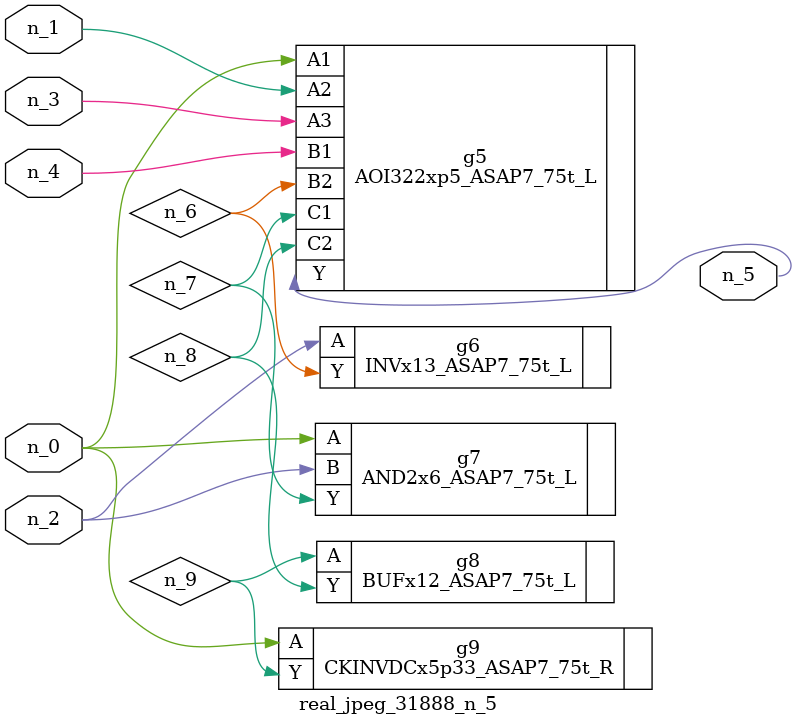
<source format=v>
module real_jpeg_31888_n_5 (n_4, n_0, n_1, n_2, n_3, n_5);

input n_4;
input n_0;
input n_1;
input n_2;
input n_3;

output n_5;

wire n_8;
wire n_6;
wire n_7;
wire n_9;

AOI322xp5_ASAP7_75t_L g5 ( 
.A1(n_0),
.A2(n_1),
.A3(n_3),
.B1(n_4),
.B2(n_6),
.C1(n_7),
.C2(n_8),
.Y(n_5)
);

AND2x6_ASAP7_75t_L g7 ( 
.A(n_0),
.B(n_2),
.Y(n_7)
);

CKINVDCx5p33_ASAP7_75t_R g9 ( 
.A(n_0),
.Y(n_9)
);

INVx13_ASAP7_75t_L g6 ( 
.A(n_2),
.Y(n_6)
);

BUFx12_ASAP7_75t_L g8 ( 
.A(n_9),
.Y(n_8)
);


endmodule
</source>
